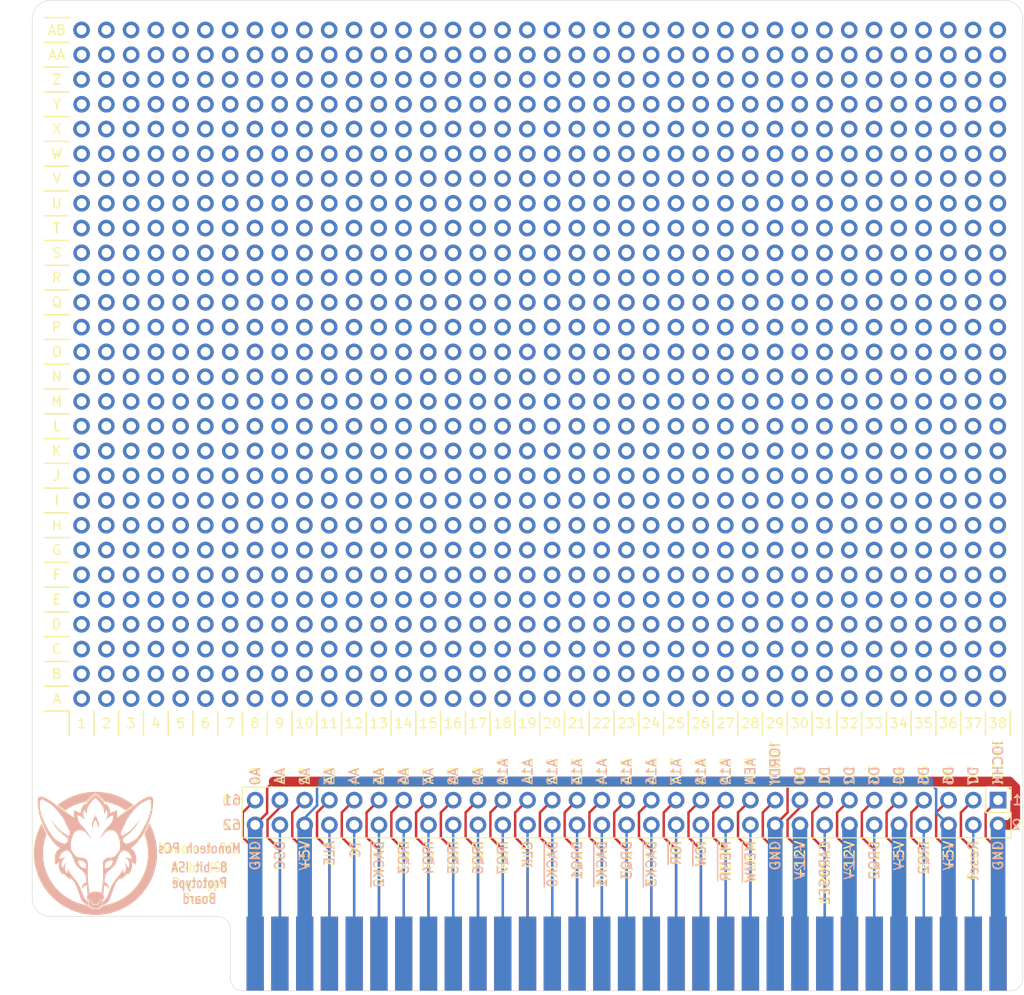
<source format=kicad_pcb>
(kicad_pcb (version 20221018) (generator pcbnew)
  (title_block (title "8-bit ISA Prototying Board") (date "2019-02-07") (company "Monotech PCs"))
  (layers (0 "F.Cu" signal) (31 "B.Cu" signal) (36 "B.SilkS" user "B.Silkscreen") (37 "F.SilkS" user "F.Silkscreen") (38 "B.Mask" user) (39 "F.Mask" user) (44 "Edge.Cuts" user))
  (net 0 "")
  (net 1 "A0")
  (net 2 "A1")
  (net 3 "A2")
  (net 4 "A3")
  (net 5 "A4")
  (net 6 "A5")
  (net 7 "A6")
  (net 8 "A7")
  (net 9 "A8")
  (net 10 "A9")
  (net 11 "A10")
  (net 12 "A11")
  (net 13 "A12")
  (net 14 "A13")
  (net 15 "A14")
  (net 16 "A15")
  (net 17 "16")
  (net 18 "A17")
  (net 19 "A18")
  (net 20 "A19")
  (net 21 "AEN")
  (net 22 "IORDY")
  (net 23 "D0")
  (net 24 "D1")
  (net 25 "D2")
  (net 26 "D3")
  (net 27 "D4")
  (net 28 "D5")
  (net 29 "D6")
  (net 30 "D7")
  (net 31 "IOCHK")
  (net 32 "GND")
  (net 33 "OSC")
  (net 34 "+5V")
  (net 35 "ALE")
  (net 36 "TC")
  (net 37 "~{DACK2}")
  (net 38 "IRQ3")
  (net 39 "IRQ4")
  (net 40 "IRQ5")
  (net 41 "IRQ6")
  (net 42 "IRQ7")
  (net 43 "CLK")
  (net 44 "~{DACK0}")
  (net 45 "DRQ1")
  (net 46 "~{DACK1}")
  (net 47 "DRQ3")
  (net 48 "~{DACK3}")
  (net 49 "~{IOR}")
  (net 50 "~{IOW}")
  (net 51 "~{MEMR}")
  (net 52 "~{MEMW}")
  (net 53 "+12V")
  (net 54 "CARDSEL")
  (net 55 "-12V")
  (net 56 "DRQ2")
  (net 57 "-5V")
  (net 58 "IRQ2")
  (net 59 "RESET")
  (footprint "Custom:Conn_Edge_PCB_ISA8" (layer "F.Cu") (at 114.935 135.255)
    (fp_text reference "J1" hide)
    (fp_text value "Bus_ISA_8bit" hide)
  )
  (footprint "Custom:Monotech Logo 12.7mm" (layer "F.Cu") (at 60.452 124.968)
    (fp_text reference "LOGO1" hide)
    (fp_text value "LOGO" hide)
  )
  (footprint "Custom:Prototype Area 38x28" (layer "F.Cu") (at 59.0296 40.513)
    (fp_text reference "REF**" hide)
    (fp_text value "Prototype Area 38x28")
  )
  (footprint "Connector_PinHeader_2.54mm:PinHeader_2x31_P2.54mm_Vertical" (layer "F.Cu") (at 153.035 119.507 -90)
    (fp_text reference "J2" hide)
    (fp_text value "Breakout" hide)
  )
  (footprint "Custom:Monotech Logo 12.7mm" (layer "B.Cu") (at 60.452 124.968 180)
    (fp_text reference "LOGO2" hide)
    (fp_text value "LOGO" hide)
  )
  (gr_line (start 53.975 39.37) (end 53.975 129.54) (stroke (width 0.05)) (layer "Edge.Cuts"))
  (gr_arc (start 75.565 139.065) (mid 74.666974 138.693026) (end 74.295 137.795) (stroke (width 0.05)) (layer "Edge.Cuts"))
  (gr_arc (start 155.575 137.795) (mid 155.203026 138.693026) (end 154.305 139.065) (stroke (width 0.05)) (layer "Edge.Cuts"))
  (gr_arc (start 53.975 39.37) (mid 54.532962 38.022962) (end 55.88 37.465) (stroke (width 0.05)) (layer "Edge.Cuts"))
  (gr_arc (start 153.67 37.465) (mid 155.017038 38.022962) (end 155.575 39.37) (stroke (width 0.05)) (layer "Edge.Cuts"))
  (gr_line (start 74.295 137.795) (end 74.295 132.715) (stroke (width 0.05)) (layer "Edge.Cuts"))
  (gr_line (start 155.575 137.795) (end 155.575 39.37) (stroke (width 0.05)) (layer "Edge.Cuts"))
  (gr_line (start 75.565 139.065) (end 154.305 139.065) (stroke (width 0.05)) (layer "Edge.Cuts"))
  (gr_arc (start 55.88 131.445) (mid 54.532962 130.887038) (end 53.975 129.54) (stroke (width 0.05)) (layer "Edge.Cuts"))
  (gr_line (start 73.025 131.445) (end 55.88 131.445) (stroke (width 0.05)) (layer "Edge.Cuts"))
  (gr_arc (start 73.025 131.445) (mid 73.923026 131.816974) (end 74.295 132.715) (stroke (width 0.05)) (layer "Edge.Cuts"))
  (gr_line (start 153.67 37.465) (end 55.88 37.465) (stroke (width 0.05)) (layer "Edge.Cuts"))
  (gr_text "GND" (at 130.175 123.571 90) (layer "B.SilkS") (effects (font (size 1 1)) (justify left mirror)))
  (gr_text "GND" (at 76.835 123.571 90) (layer "B.SilkS") (effects (font (size 1 1)) (justify left mirror)))
  (gr_text "TC" (at 87.122 123.571 90) (layer "B.SilkS") (effects (font (size 1 1)) (justify left mirror)))
  (gr_text "ALE" (at 84.455 123.571 90) (layer "B.SilkS") (effects (font (size 1 1)) (justify left mirror)))
  (gr_text "OSC" (at 79.375 123.571 90) (layer "B.SilkS") (effects (font (size 1 1)) (justify left mirror)))
  (gr_text "~{IOW}" (at 122.555 123.571 90) (layer "B.SilkS") (effects (font (size 1 1)) (justify left mirror)))
  (gr_text "+12V" (at 132.715 123.571 90) (layer "B.SilkS") (effects (font (size 1 1)) (justify left mirror)))
  (gr_text "DRQ3" (at 114.935 123.571 90) (layer "B.SilkS") (effects (font (size 1 1)) (justify left mirror)))
  (gr_text "IRQ4" (at 94.615 123.571 90) (layer "B.SilkS") (effects (font (size 1 1)) (justify left mirror)))
  (gr_text "IRQ3" (at 92.075 123.571 90) (layer "B.SilkS") (effects (font (size 1 1)) (justify left mirror)))
  (gr_text "+5V" (at 81.915 123.571 90) (layer "B.SilkS") (effects (font (size 1 1)) (justify left mirror)))
  (gr_text "IRQ5" (at 97.155 123.571 90) (layer "B.SilkS") (effects (font (size 1 1)) (justify left mirror)))
  (gr_text "~{MEMW}" (at 127.635 123.571 90) (layer "B.SilkS") (effects (font (size 1 1)) (justify left mirror)))
  (gr_text "~{DACK2}" (at 89.535 123.571 90) (layer "B.SilkS") (effects (font (size 1 1)) (justify left mirror)))
  (gr_text "CARDSEL" (at 135.255 123.571 90) (layer "B.SilkS") (effects (font (size 1 1)) (justify left mirror)))
  (gr_text "A0" (at 76.835 118.11 90) (layer "B.SilkS") (effects (font (size 1 1)) (justify right mirror)))
  (gr_text "DRQ1" (at 109.855 123.571 90) (layer "B.SilkS") (effects (font (size 1 1)) (justify left mirror)))
  (gr_text "~{DACK3}" (at 117.475 123.571 90) (layer "B.SilkS") (effects (font (size 1 1)) (justify left mirror)))
  (gr_text "A1" (at 79.375 118.11 90) (layer "B.SilkS") (effects (font (size 1 1)) (justify right mirror)))
  (gr_text "~{MEMR}" (at 125.095 123.571 90) (layer "B.SilkS") (effects (font (size 1 1)) (justify left mirror)))
  (gr_text "-12V" (at 137.795 123.571 90) (layer "B.SilkS") (effects (font (size 1 1)) (justify left mirror)))
  (gr_text "~{DACK0}" (at 107.315 123.571 90) (layer "B.SilkS") (effects (font (size 1 1)) (justify left mirror)))
  (gr_text "~{IOR}" (at 120.015 123.571 90) (layer "B.SilkS") (effects (font (size 1 1)) (justify left mirror)))
  (gr_text "~{DACK1}" (at 112.395 123.571 90) (layer "B.SilkS") (effects (font (size 1 1)) (justify left mirror)))
  (gr_text "CLK" (at 104.775 123.571 90) (layer "B.SilkS") (effects (font (size 1 1)) (justify left mirror)))
  (gr_text "IRQ7" (at 102.235 123.571 90) (layer "B.SilkS") (effects (font (size 1 1)) (justify left mirror)))
  (gr_text "IRQ6" (at 99.695 123.571 90) (layer "B.SilkS") (effects (font (size 1 1)) (justify left mirror)))
  (gr_text "D2" (at 137.795 118.11 90) (layer "B.SilkS") (effects (font (size 1 1)) (justify right mirror)))
  (gr_text "A2" (at 81.915 118.11 90) (layer "B.SilkS") (effects (font (size 1 1)) (justify right mirror)))
  (gr_text "A6" (at 92.075 118.11 90) (layer "B.SilkS") (effects (font (size 1 1)) (justify right mirror)))
  (gr_text "IORDY" (at 130.175 118.11 90) (layer "B.SilkS") (effects (font (size 1 1)) (justify right mirror)))
  (gr_text "A3" (at 84.455 118.11 90) (layer "B.SilkS") (effects (font (size 1 1)) (justify right mirror)))
  (gr_text "A16" (at 117.475 118.11 90) (layer "B.SilkS") (effects (font (size 1 1)) (justify right mirror)))
  (gr_text "A7" (at 94.615 118.11 90) (layer "B.SilkS") (effects (font (size 1 1)) (justify right mirror)))
  (gr_text "A9" (at 99.695 118.11 90) (layer "B.SilkS") (effects (font (size 1 1)) (justify right mirror)))
  (gr_text "A17" (at 120.015 118.11 90) (layer "B.SilkS") (effects (font (size 1 1)) (justify right mirror)))
  (gr_text "IOCHK" (at 153.035 118.11 90) (layer "B.SilkS") (effects (font (size 1 1)) (justify right mirror)))
  (gr_text "A18" (at 122.555 118.11 90) (layer "B.SilkS") (effects (font (size 1 1)) (justify right mirror)))
  (gr_text "D0" (at 132.715 118.11 90) (layer "B.SilkS") (effects (font (size 1 1)) (justify right mirror)))
  (gr_text "D5" (at 145.415 118.11 90) (layer "B.SilkS") (effects (font (size 1 1)) (justify right mirror)))
  (gr_text "D4" (at 142.875 118.11 90) (layer "B.SilkS") (effects (font (size 1 1)) (justify right mirror)))
  (gr_text "A14" (at 112.395 118.11 90) (layer "B.SilkS") (effects (font (size 1 1)) (justify right mirror)))
  (gr_text "AEN" (at 127.635 118.11 90) (layer "B.SilkS") (effects (font (size 1 1)) (justify right mirror)))
  (gr_text "D3" (at 140.335 118.11 90) (layer "B.SilkS") (effects (font (size 1 1)) (justify right mirror)))
  (gr_text "D6" (at 147.955 118.11 90) (layer "B.SilkS") (effects (font (size 1 1)) (justify right mirror)))
  (gr_text "A15" (at 114.935 118.11 90) (layer "B.SilkS") (effects (font (size 1 1)) (justify right mirror)))
  (gr_text "A12" (at 107.315 118.11 90) (layer "B.SilkS") (effects (font (size 1 1)) (justify right mirror)))
  (gr_text "A19" (at 125.095 118.11 90) (layer "B.SilkS") (effects (font (size 1 1)) (justify right mirror)))
  (gr_text "A10" (at 102.235 118.11 90) (layer "B.SilkS") (effects (font (size 1 1)) (justify right mirror)))
  (gr_text "A8" (at 97.155 118.11 90) (layer "B.SilkS") (effects (font (size 1 1)) (justify right mirror)))
  (gr_text "A13" (at 109.855 118.11 90) (layer "B.SilkS") (effects (font (size 1 1)) (justify right mirror)))
  (gr_text "A4" (at 86.995 118.11 90) (layer "B.SilkS") (effects (font (size 1 1)) (justify right mirror)))
  (gr_text "A5" (at 89.535 118.11 90) (layer "B.SilkS") (effects (font (size 1 1)) (justify right mirror)))
  (gr_text "D7" (at 150.495 118.11 90) (layer "B.SilkS") (effects (font (size 1 1)) (justify right mirror)))
  (gr_text "D1" (at 135.255 118.11 90) (layer "B.SilkS") (effects (font (size 1 1)) (justify right mirror)))
  (gr_text "A11" (at 104.775 118.11 90) (layer "B.SilkS") (effects (font (size 1 1)) (justify right mirror)))
  (gr_text "-5V" (at 142.875 123.571 90) (layer "B.SilkS") (effects (font (size 1 1)) (justify left mirror)))
  (gr_text "+5V" (at 147.955 123.571 90) (layer "B.SilkS") (effects (font (size 1 1)) (justify left mirror)))
  (gr_text "GND" (at 153.035 123.571 90) (layer "B.SilkS") (effects (font (size 1 1)) (justify left mirror)))
  (gr_text "DRQ2" (at 140.335 123.571 90) (layer "B.SilkS") (effects (font (size 1 1)) (justify left mirror)))
  (gr_text "Reset" (at 150.495 123.571 90) (layer "B.SilkS") (effects (font (size 1 1)) (justify left mirror)))
  (gr_text "IRQ2" (at 145.415 123.571 90) (layer "B.SilkS") (effects (font (size 1 1)) (justify left mirror)))
  (gr_text "61" (at 73.406 119.507) (layer "B.SilkS") (effects (font (size 1 1)) (justify right mirror)))
  (gr_text "2" (at 155.448 122.047) (layer "B.SilkS") (effects (font (size 1 1)) (justify left mirror)))
  (gr_text "1" (at 155.575 119.507) (layer "B.SilkS") (effects (font (size 1 1)) (justify left mirror)))
  (gr_text "62" (at 73.406 122.047) (layer "B.SilkS") (effects (font (size 1 1)) (justify right mirror)))
  (gr_text "Monotech PCs" (at 71.12 124.46) (layer "B.SilkS") (effects (font (size 1 0.8)) (justify mirror)))
  (gr_text "8-bit ISA\nPrototype\nBoard" (at 71.12 128.016) (layer "B.SilkS") (effects (font (size 1 0.8)) (justify mirror)))
  (gr_text "8-bit ISA\nPrototype\nBoard" (at 71.12 128.016) (layer "F.SilkS") (effects (font (size 1 0.8))))
  (gr_text "GND" (at 153.035 123.571 90) (layer "F.SilkS") (effects (font (size 1 1)) (justify right)))
  (gr_text "Reset" (at 150.495 123.571 90) (layer "F.SilkS") (effects (font (size 1 1)) (justify right)))
  (gr_text "+5V" (at 147.955 123.571 90) (layer "F.SilkS") (effects (font (size 1 1)) (justify right)))
  (gr_text "-5V" (at 142.875 123.571 90) (layer "F.SilkS") (effects (font (size 1 1)) (justify right)))
  (gr_text "IRQ2" (at 145.415 123.571 90) (layer "F.SilkS") (effects (font (size 1 1)) (justify right)))
  (gr_text "DRQ2" (at 140.335 123.571 90) (layer "F.SilkS") (effects (font (size 1 1)) (justify right)))
  (gr_text "GND" (at 130.175 123.571 90) (layer "F.SilkS") (effects (font (size 1 1)) (justify right)))
  (gr_text "GND" (at 76.835 123.571 90) (layer "F.SilkS") (effects (font (size 1 1)) (justify right)))
  (gr_text "ALE" (at 84.455 123.571 90) (layer "F.SilkS") (effects (font (size 1 1)) (justify right)))
  (gr_text "TC" (at 87.122 123.571 90) (layer "F.SilkS") (effects (font (size 1 1)) (justify right)))
  (gr_text "OSC" (at 79.375 123.571 90) (layer "F.SilkS") (effects (font (size 1 1)) (justify right)))
  (gr_text "-12V" (at 137.795 123.571 90) (layer "F.SilkS") (effects (font (size 1 1)) (justify right)))
  (gr_text "+12V" (at 132.715 123.571 90) (layer "F.SilkS") (effects (font (size 1 1)) (justify right)))
  (gr_text "CARDSEL" (at 135.255 123.571 90) (layer "F.SilkS") (effects (font (size 1 1)) (justify right)))
  (gr_text "~{MEMW}" (at 127.635 123.571 90) (layer "F.SilkS") (effects (font (size 1 1)) (justify right)))
  (gr_text "~{MEMR}" (at 125.095 123.571 90) (layer "F.SilkS") (effects (font (size 1 1)) (justify right)))
  (gr_text "~{IOW}" (at 122.555 123.571 90) (layer "F.SilkS") (effects (font (size 1 1)) (justify right)))
  (gr_text "~{IOR}" (at 120.015 123.571 90) (layer "F.SilkS") (effects (font (size 1 1)) (justify right)))
  (gr_text "~{DACK3}" (at 117.475 123.571 90) (layer "F.SilkS") (effects (font (size 1 1)) (justify right)))
  (gr_text "DRQ3" (at 114.935 123.571 90) (layer "F.SilkS") (effects (font (size 1 1)) (justify right)))
  (gr_text "~{DACK1}" (at 112.395 123.571 90) (layer "F.SilkS") (effects (font (size 1 1)) (justify right)))
  (gr_text "CLK" (at 104.775 123.571 90) (layer "F.SilkS") (effects (font (size 1 1)) (justify right)))
  (gr_text "IRQ7" (at 102.235 123.571 90) (layer "F.SilkS") (effects (font (size 1 1)) (justify right)))
  (gr_text "~{DACK0}" (at 107.315 123.571 90) (layer "F.SilkS") (effects (font (size 1 1)) (justify right)))
  (gr_text "DRQ1" (at 109.855 123.571 90) (layer "F.SilkS") (effects (font (size 1 1)) (justify right)))
  (gr_text "IRQ6" (at 99.695 123.571 90) (layer "F.SilkS") (effects (font (size 1 1)) (justify right)))
  (gr_text "IRQ5" (at 97.155 123.571 90) (layer "F.SilkS") (effects (font (size 1 1)) (justify right)))
  (gr_text "IRQ4" (at 94.615 123.571 90) (layer "F.SilkS") (effects (font (size 1 1)) (justify right)))
  (gr_text "IRQ3" (at 92.075 123.571 90) (layer "F.SilkS") (effects (font (size 1 1)) (justify right)))
  (gr_text "+5V" (at 81.915 123.571 90) (layer "F.SilkS") (effects (font (size 1 1)) (justify right)))
  (gr_text "~{DACK2}" (at 89.535 123.571 90) (layer "F.SilkS") (effects (font (size 1 1)) (justify right)))
  (gr_text "A0" (at 76.835 117.983 90) (layer "F.SilkS") (effects (font (size 1 1)) (justify left)))
  (gr_text "A1" (at 79.375 117.983 90) (layer "F.SilkS") (effects (font (size 1 1)) (justify left)))
  (gr_text "A2" (at 81.915 117.983 90) (layer "F.SilkS") (effects (font (size 1 1)) (justify left)))
  (gr_text "A3" (at 84.455 117.983 90) (layer "F.SilkS") (effects (font (size 1 1)) (justify left)))
  (gr_text "A4" (at 86.995 117.983 90) (layer "F.SilkS") (effects (font (size 1 1)) (justify left)))
  (gr_text "A5" (at 89.535 117.983 90) (layer "F.SilkS") (effects (font (size 1 1)) (justify left)))
  (gr_text "A6" (at 92.075 117.983 90) (layer "F.SilkS") (effects (font (size 1 1)) (justify left)))
  (gr_text "A7" (at 94.615 117.983 90) (layer "F.SilkS") (effects (font (size 1 1)) (justify left)))
  (gr_text "A8" (at 97.155 117.983 90) (layer "F.SilkS") (effects (font (size 1 1)) (justify left)))
  (gr_text "A9" (at 99.695 117.983 90) (layer "F.SilkS") (effects (font (size 1 1)) (justify left)))
  (gr_text "A10" (at 102.235 117.983 90) (layer "F.SilkS") (effects (font (size 1 1)) (justify left)))
  (gr_text "A11" (at 104.775 117.983 90) (layer "F.SilkS") (effects (font (size 1 1)) (justify left)))
  (gr_text "A12" (at 107.315 117.983 90) (layer "F.SilkS") (effects (font (size 1 1)) (justify left)))
  (gr_text "A13" (at 109.855 117.983 90) (layer "F.SilkS") (effects (font (size 1 1)) (justify left)))
  (gr_text "A14" (at 112.395 117.983 90) (layer "F.SilkS") (effects (font (size 1 1)) (justify left)))
  (gr_text "A15" (at 114.935 117.983 90) (layer "F.SilkS") (effects (font (size 1 1)) (justify left)))
  (gr_text "A16" (at 117.475 117.983 90) (layer "F.SilkS") (effects (font (size 1 1)) (justify left)))
  (gr_text "A17" (at 120.015 117.983 90) (layer "F.SilkS") (effects (font (size 1 1)) (justify left)))
  (gr_text "A18" (at 122.555 117.983 90) (layer "F.SilkS") (effects (font (size 1 1)) (justify left)))
  (gr_text "A19" (at 125.095 117.983 90) (layer "F.SilkS") (effects (font (size 1 1)) (justify left)))
  (gr_text "AEN" (at 127.635 117.983 90) (layer "F.SilkS") (effects (font (size 1 1)) (justify left)))
  (gr_text "IORDY" (at 130.175 117.983 90) (layer "F.SilkS") (effects (font (size 1 1)) (justify left)))
  (gr_text "D7" (at 150.495 117.983 90) (layer "F.SilkS") (effects (font (size 1 1)) (justify left)))
  (gr_text "D2" (at 137.795 117.983 90) (layer "F.SilkS") (effects (font (size 1 1)) (justify left)))
  (gr_text "D3" (at 140.335 117.983 90) (layer "F.SilkS") (effects (font (size 1 1)) (justify left)))
  (gr_text "D4" (at 142.875 117.983 90) (layer "F.SilkS") (effects (font (size 1 1)) (justify left)))
  (gr_text "D0" (at 132.715 117.983 90) (layer "F.SilkS") (effects (font (size 1 1)) (justify left)))
  (gr_text "D6" (at 147.955 117.983 90) (layer "F.SilkS") (effects (font (size 1 1)) (justify left)))
  (gr_text "D1" (at 135.255 117.983 90) (layer "F.SilkS") (effects (font (size 1 1)) (justify left)))
  (gr_text "D5" (at 145.415 117.983 90) (layer "F.SilkS") (effects (font (size 1 1)) (justify left)))
  (gr_text "IOCHK" (at 153.035 117.983 90) (layer "F.SilkS") (effects (font (size 1 1)) (justify left)))
  (gr_text "2" (at 154.432 122.047) (layer "F.SilkS") (effects (font (size 1 1)) (justify left)))
  (gr_text "62" (at 75.438 122.047) (layer "F.SilkS") (effects (font (size 1 1)) (justify right)))
  (gr_text "61" (at 75.438 119.507) (layer "F.SilkS") (effects (font (size 1 1)) (justify right)))
  (gr_text "Monotech PCs" (at 71.12 124.46) (layer "F.SilkS") (effects (font (size 1 0.8))))
  (gr_text "1" (at 154.432 119.507) (layer "F.SilkS") (effects (font (size 1 1)) (justify left)))
  (segment (start 76.835 135.255) (end 76.835 124.587) (width 0.254) (layer "F.Cu") (net 1))
  (segment (start 75.565 120.777) (end 76.835 119.507) (width 0.254) (layer "F.Cu") (net 1))
  (segment (start 76.835 124.587) (end 75.565 123.317) (width 0.254) (layer "F.Cu") (net 1))
  (segment (start 75.565 123.317) (end 75.565 120.777) (width 0.254) (layer "F.Cu") (net 1))
  (segment (start 79.375 135.255) (end 79.375 124.587) (width 0.254) (layer "F.Cu") (net 2))
  (segment (start 78.105 121.539) (end 79.375 120.269) (width 0.254) (layer "F.Cu") (net 2))
  (segment (start 79.375 120.269) (end 79.375 119.507) (width 0.254) (layer "F.Cu") (net 2))
  (segment (start 79.375 124.587) (end 78.105 123.317) (width 0.254) (layer "F.Cu") (net 2))
  (segment (start 78.105 123.317) (end 78.105 121.539) (width 0.254) (layer "F.Cu") (net 2))
  (segment (start 80.645 120.777) (end 81.915 119.507) (width 0.254) (layer "F.Cu") (net 3))
  (segment (start 80.645 123.317) (end 80.645 120.777) (width 0.254) (layer "F.Cu") (net 3))
  (segment (start 81.915 135.255) (end 81.915 124.587) (width 0.254) (layer "F.Cu") (net 3))
  (segment (start 81.915 124.587) (end 80.645 123.317) (width 0.254) (layer "F.Cu") (net 3))
  (segment (start 83.185 123.317) (end 83.185 120.777) (width 0.254) (layer "F.Cu") (net 4))
  (segment (start 84.455 124.587) (end 83.185 123.317) (width 0.254) (layer "F.Cu") (net 4))
  (segment (start 84.455 135.255) (end 84.455 124.587) (width 0.254) (layer "F.Cu") (net 4))
  (segment (start 83.185 120.777) (end 84.455 119.507) (width 0.254) (layer "F.Cu") (net 4))
  (segment (start 85.725 123.317) (end 85.725 120.777) (width 0.254) (layer "F.Cu") (net 5))
  (segment (start 85.725 120.777) (end 86.995 119.507) (width 0.254) (layer "F.Cu") (net 5))
  (segment (start 86.995 124.587) (end 85.725 123.317) (width 0.254) (layer "F.Cu") (net 5))
  (segment (start 86.995 135.255) (end 86.995 124.587) (width 0.254) (layer "F.Cu") (net 5))
  (segment (start 88.265 123.317) (end 88.265 120.777) (width 0.254) (layer "F.Cu") (net 6))
  (segment (start 89.535 135.255) (end 89.535 124.587) (width 0.254) (layer "F.Cu") (net 6))
  (segment (start 89.535 124.587) (end 88.265 123.317) (width 0.254) (layer "F.Cu") (net 6))
  (segment (start 88.265 120.777) (end 89.535 119.507) (width 0.254) (layer "F.Cu") (net 6))
  (segment (start 90.805 120.777) (end 92.075 119.507) (width 0.254) (layer "F.Cu") (net 7))
  (segment (start 92.075 135.255) (end 92.075 124.587) (width 0.254) (layer "F.Cu") (net 7))
  (segment (start 90.805 123.317) (end 90.805 120.777) (width 0.254) (layer "F.Cu") (net 7))
  (segment (start 92.075 124.587) (end 90.805 123.317) (width 0.254) (layer "F.Cu") (net 7))
  (segment (start 94.615 135.255) (end 94.615 124.587) (width 0.254) (layer "F.Cu") (net 8))
  (segment (start 93.345 120.777) (end 94.615 119.507) (width 0.254) (layer "F.Cu") (net 8))
  (segment (start 94.615 124.587) (end 93.345 123.317) (width 0.254) (layer "F.Cu") (net 8))
  (segment (start 93.345 123.317) (end 93.345 120.777) (width 0.254) (layer "F.Cu") (net 8))
  (segment (start 95.885 120.777) (end 97.155 119.507) (width 0.254) (layer "F.Cu") (net 9))
  (segment (start 95.885 123.317) (end 95.885 120.777) (width 0.254) (layer "F.Cu") (net 9))
  (segment (start 97.155 135.255) (end 97.155 124.587) (width 0.254) (layer "F.Cu") (net 9))
  (segment (start 97.155 124.587) (end 95.885 123.317) (width 0.254) (layer "F.Cu") (net 9))
  (segment (start 98.425 123.317) (end 98.425 120.777) (width 0.254) (layer "F.Cu") (net 10))
  (segment (start 99.695 124.587) (end 98.425 123.317) (width 0.254) (layer "F.Cu") (net 10))
  (segment (start 98.425 120.777) (end 99.695 119.507) (width 0.254) (layer "F.Cu") (net 10))
  (segment (start 99.695 135.255) (end 99.695 124.587) (width 0.254) (layer "F.Cu") (net 10))
  (segment (start 100.965 123.317) (end 100.965 120.777) (width 0.254) (layer "F.Cu") (net 11))
  (segment (start 102.235 135.255) (end 102.235 124.587) (width 0.254) (layer "F.Cu") (net 11))
  (segment (start 102.235 124.587) (end 100.965 123.317) (width 0.254) (layer "F.Cu") (net 11))
  (segment (start 100.965 120.777) (end 102.235 119.507) (width 0.254) (layer "F.Cu") (net 11))
  (segment (start 103.505 123.317) (end 103.505 120.777) (width 0.254) (layer "F.Cu") (net 12))
  (segment (start 103.505 120.777) (end 104.775 119.507) (width 0.254) (layer "F.Cu") (net 12))
  (segment (start 104.775 135.255) (end 104.775 124.587) (width 0.254) (layer "F.Cu") (net 12))
  (segment (start 104.775 124.587) (end 103.505 123.317) (width 0.254) (layer "F.Cu") (net 12))
  (segment (start 106.045 123.317) (end 106.045 120.777) (width 0.254) (layer "F.Cu") (net 13))
  (segment (start 106.045 120.777) (end 107.315 119.507) (width 0.254) (layer "F.Cu") (net 13))
  (segment (start 107.315 124.587) (end 106.045 123.317) (width 0.254) (layer "F.Cu") (net 13))
  (segment (start 107.315 135.255) (end 107.315 124.587) (width 0.254) (layer "F.Cu") (net 13))
  (segment (start 109.855 135.255) (end 109.855 124.587) (width 0.254) (layer "F.Cu") (net 14))
  (segment (start 108.585 120.777) (end 109.855 119.507) (width 0.254) (layer "F.Cu") (net 14))
  (segment (start 108.585 123.317) (end 108.585 120.777) (width 0.254) (layer "F.Cu") (net 14))
  (segment (start 109.855 124.587) (end 108.585 123.317) (width 0.254) (layer "F.Cu") (net 14))
  (segment (start 111.125 120.777) (end 112.395 119.507) (width 0.254) (layer "F.Cu") (net 15))
  (segment (start 112.395 124.587) (end 111.125 123.317) (width 0.254) (layer "F.Cu") (net 15))
  (segment (start 111.125 123.317) (end 111.125 120.777) (width 0.254) (layer "F.Cu") (net 15))
  (segment (start 112.395 135.255) (end 112.395 124.587) (width 0.254) (layer "F.Cu") (net 15))
  (segment (start 113.665 120.777) (end 114.935 119.507) (width 0.254) (layer "F.Cu") (net 16))
  (segment (start 113.665 123.317) (end 113.665 120.777) (width 0.254) (layer "F.Cu") (net 16))
  (segment (start 114.935 135.255) (end 114.935 124.587) (width 0.254) (layer "F.Cu") (net 16))
  (segment (start 114.935 124.587) (end 113.665 123.317) (width 0.254) (layer "F.Cu") (net 16))
  (segment (start 117.475 135.255) (end 117.475 124.587) (width 0.254) (layer "F.Cu") (net 17))
  (segment (start 116.205 120.777) (end 117.475 119.507) (width 0.254) (layer "F.Cu") (net 17))
  (segment (start 116.205 123.317) (end 116.205 120.777) (width 0.254) (layer "F.Cu") (net 17))
  (segment (start 117.475 124.587) (end 116.205 123.317) (width 0.254) (layer "F.Cu") (net 17))
  (segment (start 120.015 135.255) (end 120.015 124.587) (width 0.254) (layer "F.Cu") (net 18))
  (segment (start 120.015 124.587) (end 118.745 123.317) (width 0.254) (layer "F.Cu") (net 18))
  (segment (start 118.745 120.777) (end 120.015 119.507) (width 0.254) (layer "F.Cu") (net 18))
  (segment (start 118.745 123.317) (end 118.745 120.777) (width 0.254) (layer "F.Cu") (net 18))
  (segment (start 121.285 120.777) (end 122.555 119.507) (width 0.254) (layer "F.Cu") (net 19))
  (segment (start 122.555 124.587) (end 121.285 123.317) (width 0.254) (layer "F.Cu") (net 19))
  (segment (start 121.285 123.317) (end 121.285 120.777) (width 0.254) (layer "F.Cu") (net 19))
  (segment (start 122.555 135.255) (end 122.555 124.587) (width 0.254) (layer "F.Cu") (net 19))
  (segment (start 125.095 135.255) (end 125.095 124.587) (width 0.254) (layer "F.Cu") (net 20))
  (segment (start 123.825 123.317) (end 123.825 120.777) (width 0.254) (layer "F.Cu") (net 20))
  (segment (start 125.095 124.587) (end 123.825 123.317) (width 0.254) (layer "F.Cu") (net 20))
  (segment (start 123.825 120.777) (end 125.095 119.507) (width 0.254) (layer "F.Cu") (net 20))
  (segment (start 126.365 120.777) (end 127.635 119.507) (width 0.254) (layer "F.Cu") (net 21))
  (segment (start 127.635 124.587) (end 126.365 123.317) (width 0.254) (layer "F.Cu") (net 21))
  (segment (start 126.365 123.317) (end 126.365 120.777) (width 0.254) (layer "F.Cu") (net 21))
  (segment (start 127.635 135.255) (end 127.635 124.587) (width 0.254) (layer "F.Cu") (net 21))
  (segment (start 128.905 123.317) (end 128.905 120.777) (width 0.254) (layer "F.Cu") (net 22))
  (segment (start 130.175 135.255) (end 130.175 124.587) (width 0.254) (layer "F.Cu") (net 22))
  (segment (start 130.175 124.587) (end 128.905 123.317) (width 0.254) (layer "F.Cu") (net 22))
  (segment (start 128.905 120.777) (end 130.175 119.507) (width 0.254) (layer "F.Cu") (net 22))
  (segment (start 132.715 124.587) (end 131.445 123.317) (width 0.254) (layer "F.Cu") (net 23))
  (segment (start 131.445 121.539) (end 132.715 120.269) (width 0.254) (layer "F.Cu") (net 23))
  (segment (start 132.715 135.255) (end 132.715 124.587) (width 0.254) (layer "F.Cu") (net 23))
  (segment (start 131.445 123.317) (end 131.445 121.539) (width 0.254) (layer "F.Cu") (net 23))
  (segment (start 132.715 120.269) (end 132.715 119.507) (width 0.254) (layer "F.Cu") (net 23))
  (segment (start 133.985 123.317) (end 133.985 120.777) (width 0.254) (layer "F.Cu") (net 24))
  (segment (start 135.255 124.587) (end 133.985 123.317) (width 0.254) (layer "F.Cu") (net 24))
  (segment (start 135.255 135.255) (end 135.255 124.587) (width 0.254) (layer "F.Cu") (net 24))
  (segment (start 133.985 120.777) (end 135.255 119.507) (width 0.254) (layer "F.Cu") (net 24))
  (segment (start 137.795 124.587) (end 136.525 123.317) (width 0.254) (layer "F.Cu") (net 25))
  (segment (start 136.525 120.777) (end 137.795 119.507) (width 0.254) (layer "F.Cu") (net 25))
  (segment (start 136.525 123.317) (end 136.525 120.777) (width 0.254) (layer "F.Cu") (net 25))
  (segment (start 137.795 135.255) (end 137.795 124.587) (width 0.254) (layer "F.Cu") (net 25))
  (segment (start 140.335 124.587) (end 139.065 123.317) (width 0.254) (layer "F.Cu") (net 26))
  (segment (start 139.065 123.317) (end 139.065 120.777) (width 0.254) (layer "F.Cu") (net 26))
  (segment (start 139.065 120.777) (end 140.335 119.507) (width 0.254) (layer "F.Cu") (net 26))
  (segment (start 140.335 135.255) (end 140.335 124.587) (width 0.254) (layer "F.Cu") (net 26))
  (segment (start 141.605 120.777) (end 142.875 119.507) (width 0.254) (layer "F.Cu") (net 27))
  (segment (start 142.875 135.255) (end 142.875 124.587) (width 0.254) (layer "F.Cu") (net 27))
  (segment (start 142.875 124.587) (end 141.605 123.317) (width 0.254) (layer "F.Cu") (net 27))
  (segment (start 141.605 123.317) (end 141.605 120.777) (width 0.254) (layer "F.Cu") (net 27))
  (segment (start 144.145 123.317) (end 144.145 120.777) (width 0.254) (layer "F.Cu") (net 28))
  (segment (start 144.145 120.777) (end 145.415 119.507) (width 0.254) (layer "F.Cu") (net 28))
  (segment (start 145.415 124.587) (end 144.145 123.317) (width 0.254) (layer "F.Cu") (net 28))
  (segment (start 145.415 135.255) (end 145.415 124.587) (width 0.254) (layer "F.Cu") (net 28))
  (segment (start 147.955 135.255) (end 147.955 124.587) (width 0.254) (layer "F.Cu") (net 29))
  (segment (start 146.685 123.317) (end 146.685 120.777) (width 0.254) (layer "F.Cu") (net 29))
  (segment (start 146.685 120.777) (end 147.955 119.507) (width 0.254) (layer "F.Cu") (net 29))
  (segment (start 147.955 124.587) (end 146.685 123.317) (width 0.254) (layer "F.Cu") (net 29))
  (segment (start 149.225 123.317) (end 149.225 120.777) (width 0.254) (layer "F.Cu") (net 30))
  (segment (start 150.495 135.255) (end 150.495 124.587) (width 0.254) (layer "F.Cu") (net 30))
  (segment (start 150.495 124.587) (end 149.225 123.317) (width 0.254) (layer "F.Cu") (net 30))
  (segment (start 149.225 120.777) (end 150.495 119.507) (width 0.254) (layer "F.Cu") (net 30))
  (segment (start 153.035 124.587) (end 151.765 123.317) (width 0.254) (layer "F.Cu") (net 31))
  (segment (start 151.765 120.777) (end 153.035 119.507) (width 0.254) (layer "F.Cu") (net 31))
  (segment (start 151.765 123.317) (end 151.765 120.777) (width 0.254) (layer "F.Cu") (net 31))
  (segment (start 153.035 135.255) (end 153.035 124.587) (width 0.254) (layer "F.Cu") (net 31))
  (segment (start 131.445 117.602) (end 154.187202 117.602) (width 1) (layer "F.Cu") (net 32))
  (segment (start 78.066001 118.275999) (end 78.74 117.602) (width 0.254) (layer "F.Cu") (net 32))
  (segment (start 78.74 117.602) (end 131.445 117.602) (width 1) (layer "F.Cu") (net 32))
  (segment (start 154.237081 122.047) (end 153.035 122.047) (width 1) (layer "F.Cu") (net 32))
  (segment (start 154.187202 117.602) (end 154.79599 118.210788) (width 1) (layer "F.Cu") (net 32))
  (segment (start 154.79599 118.210788) (end 154.79599 121.488091) (width 1) (layer "F.Cu") (net 32))
  (segment (start 154.79599 121.488091) (end 154.237081 122.047) (width 1) (layer "F.Cu") (net 32))
  (segment (start 131.445 117.602) (end 131.445 120.777) (width 0.254) (layer "F.Cu") (net 32))
  (segment (start 76.835 122.047) (end 78.066001 120.815999) (width 0.254) (layer "F.Cu") (net 32))
  (segment (start 78.066001 120.815999) (end 78.066001 118.275999) (width 0.254) (layer "F.Cu") (net 32))
  (segment (start 131.445 120.777) (end 130.175 122.047) (width 0.254) (layer "F.Cu") (net 32))
  (segment (start 153.035 122.047) (end 153.035 135.255) (width 1.5) (layer "B.Cu") (net 32))
  (segment (start 76.835 122.047) (end 76.835 135.255) (width 1.5) (layer "B.Cu") (net 32))
  (segment (start 130.175 122.047) (end 130.175 135.255) (width 1.5) (layer "B.Cu") (net 32))
  (segment (start 79.375 122.047) (end 79.375 135.255) (width 0.254) (layer "B.Cu") (net 33))
  (segment (start 83.185 120.058882) (end 83.185 118.237) (width 0.254) (layer "B.Cu") (net 34))
  (segment (start 81.915 122.047) (end 81.915 121.328882) (width 0.254) (layer "B.Cu") (net 34))
  (segment (start 81.915 122.047) (end 81.915 135.255) (width 1.5) (layer "B.Cu") (net 34))
  (segment (start 145.883922 117.602) (end 146.685 118.403078) (width 0.254) (layer "B.Cu") (net 34))
  (segment (start 147.105001 121.197001) (end 147.955 122.047) (width 0.254) (layer "B.Cu") (net 34))
  (segment (start 147.955 122.047) (end 147.955 135.255) (width 1.5) (layer "B.Cu") (net 34))
  (segment (start 81.915 121.328882) (end 83.185 120.058882) (width 0.254) (layer "B.Cu") (net 34))
  (segment (start 83.185 118.237) (end 83.82 117.602) (width 0.254) (layer "B.Cu") (net 34))
  (segment (start 146.685 120.777) (end 147.105001 121.197001) (width 0.254) (layer "B.Cu") (net 34))
  (segment (start 146.685 118.403078) (end 146.685 120.777) (width 0.254) (layer "B.Cu") (net 34))
  (segment (start 83.82 117.602) (end 145.883922 117.602) (width 1) (layer "B.Cu") (net 34))
  (segment (start 84.455 122.047) (end 84.455 135.255) (width 0.254) (layer "B.Cu") (net 35))
  (segment (start 86.995 122.047) (end 86.995 135.255) (width 0.254) (layer "B.Cu") (net 36))
  (segment (start 89.535 122.047) (end 89.535 135.255) (width 0.254) (layer "B.Cu") (net 37))
  (segment (start 92.075 122.047) (end 92.075 135.255) (width 0.254) (layer "B.Cu") (net 38))
  (segment (start 94.615 122.047) (end 94.615 135.255) (width 0.254) (layer "B.Cu") (net 39))
  (segment (start 97.155 122.047) (end 97.155 135.255) (width 0.254) (layer "B.Cu") (net 40))
  (segment (start 99.695 122.047) (end 99.695 135.255) (width 0.254) (layer "B.Cu") (net 41))
  (segment (start 102.235 122.047) (end 102.235 135.255) (width 0.254) (layer "B.Cu") (net 42))
  (segment (start 104.775 122.047) (end 104.775 135.255) (width 0.254) (layer "B.Cu") (net 43))
  (segment (start 107.315 122.047) (end 107.315 135.255) (width 0.254) (layer "B.Cu") (net 44))
  (segment (start 109.855 122.047) (end 109.855 135.255) (width 0.254) (layer "B.Cu") (net 45))
  (segment (start 112.395 122.047) (end 112.395 135.255) (width 0.254) (layer "B.Cu") (net 46))
  (segment (start 114.935 122.047) (end 114.935 135.255) (width 0.254) (layer "B.Cu") (net 47))
  (segment (start 117.475 122.047) (end 117.475 135.255) (width 0.254) (layer "B.Cu") (net 48))
  (segment (start 120.015 122.047) (end 120.015 135.255) (width 0.254) (layer "B.Cu") (net 49))
  (segment (start 122.555 122.047) (end 122.555 135.255) (width 0.254) (layer "B.Cu") (net 50))
  (segment (start 125.095 122.047) (end 125.095 135.255) (width 0.254) (layer "B.Cu") (net 51))
  (segment (start 127.635 122.047) (end 127.635 135.255) (width 0.254) (layer "B.Cu") (net 52))
  (segment (start 132.715 122.047) (end 132.715 135.255) (width 1.5) (layer "B.Cu") (net 53))
  (segment (start 135.255 122.047) (end 135.255 135.255) (width 0.254) (layer "B.Cu") (net 54))
  (segment (start 137.795 122.047) (end 137.795 135.255) (width 1.5) (layer "B.Cu") (net 55))
  (segment (start 140.335 122.047) (end 140.335 135.255) (width 0.254) (layer "B.Cu") (net 56))
  (segment (start 142.875 122.047) (end 142.875 135.255) (width 1.5) (layer "B.Cu") (net 57))
  (segment (start 145.415 122.047) (end 145.415 135.255) (width 0.254) (layer "B.Cu") (net 58))
  (segment (start 150.495 122.047) (end 150.495 135.255) (width 0.254) (layer "B.Cu") (net 59))
)
</source>
